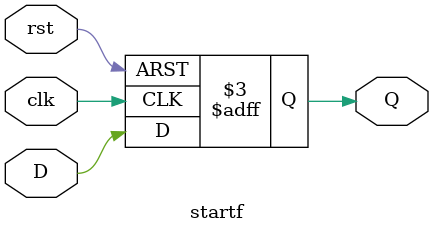
<source format=v>
`timescale 1ns / 1ps

module startf(
 input D,
  input clk,
  input rst,
  output Q
    );



    reg Q;
   
   always @ (posedge(clk), posedge(rst))
   begin
       if (rst == 1)
           Q <= 1'b1;
       else
               Q <= D;
   end
      
endmodule

</source>
